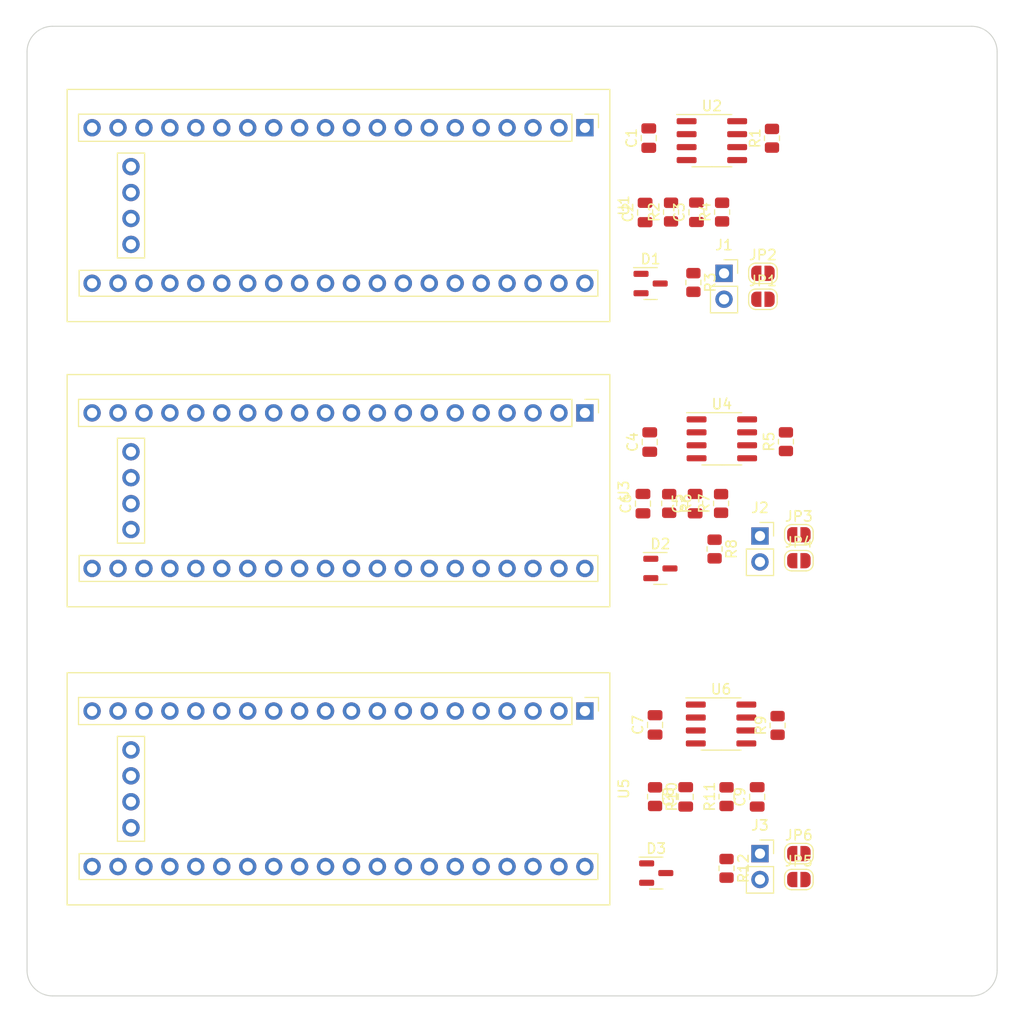
<source format=kicad_pcb>
(kicad_pcb (version 20211014) (generator pcbnew)
  (layers (0 "F.Cu" signal) (31 "B.Cu" signal) (34 "B.Paste" user) (35 "F.Paste" user) (36 "B.SilkS" user "B.Silkscreen") (37 "F.SilkS" user "F.Silkscreen") (38 "B.Mask" user) (39 "F.Mask" user) (44 "Edge.Cuts" user))
  (net 0 "")
  (net 1 "+5V")
  (net 2 "GND")
  (net 3 "/stm32_1/CANH")
  (net 4 "/stm32_1/CANL")
  (net 19 "/stm32_1/CAN_RXD")
  (net 21 "/stm32_1/CAN_TXD")
  (net 44 "Net-(R1-Pad2)")
  (net 59 "/stm32_2/CAN_RXD")
  (net 61 "/stm32_2/CAN_TXD")
  (net 84 "Net-(R5-Pad2)")
  (net 99 "/stm32_3/CAN_RXD")
  (net 101 "/stm32_3/CAN_TXD")
  (net 124 "Net-(R9-Pad2)")
  (net 137 "Net-(C2-Pad1)")
  (net 138 "Net-(C3-Pad1)")
  (net 139 "Net-(C5-Pad1)")
  (net 140 "Net-(C6-Pad1)")
  (net 141 "Net-(C8-Pad1)")
  (net 142 "Net-(C9-Pad1)")
  (net 143 "/stm32_2/CANH")
  (net 144 "/stm32_2/CANL")
  (net 145 "/stm32_3/CANH")
  (net 146 "/stm32_3/CANL")
  (net 147 "/stm32_1/CAN_H")
  (net 148 "/stm32_1/CAN_L")
  (footprint "Resistor_SMD:R_0805_2012Metric" (layer "F.Cu") (at 91 97.98 90)
    (fp_text reference "R11" (at 0 -1.65 90) (layer "F.SilkS"))
    (fp_text value "R121,0805")
    (pad "1" smd roundrect (at -0.9125 0 90) (size 1.025 1.4) (layers "F.Cu" "F.Paste" "F.Mask") (roundrect_rratio 0.243902) (net 145 "/stm32_3/CANH"))
    (pad "2" smd roundrect (at 0.9125 0 90) (size 1.025 1.4) (layers "F.Cu" "F.Paste" "F.Mask") (roundrect_rratio 0.243902) (net 142 "Net-(C9-Pad1)"))
  )
  (footprint "Resistor_SMD:R_0805_2012Metric" (layer "F.Cu") (at 96 91 90)
    (fp_text reference "R9" (at 0 -1.65 90) (layer "F.SilkS"))
    (fp_text value "R101,0805")
    (pad "1" smd roundrect (at -0.9125 0 90) (size 1.025 1.4) (layers "F.Cu" "F.Paste" "F.Mask") (roundrect_rratio 0.243902) (net 2 "GND"))
    (pad "2" smd roundrect (at 0.9125 0 90) (size 1.025 1.4) (layers "F.Cu" "F.Paste" "F.Mask") (roundrect_rratio 0.243902) (net 124 "Net-(R9-Pad2)"))
  )
  (footprint "Capacitor_SMD:C_0805_2012Metric" (layer "F.Cu") (at 84 90.949999 90)
    (fp_text reference "C7" (at 0 -1.68 90) (layer "F.SilkS"))
    (fp_text value "C561,0805")
    (pad "1" smd roundrect (at -0.95 0 90) (size 1 1.45) (layers "F.Cu" "F.Paste" "F.Mask") (net 1 "+5V"))
    (pad "2" smd roundrect (at 0.95 0 90) (size 1 1.45) (layers "F.Cu" "F.Paste" "F.Mask") (net 2 "GND"))
  )
  (footprint "Jumper:SolderJumper-2_P1.3mm_Open_RoundedPad1.0x1.5mm" (layer "F.Cu") (at 94.565 49.245)
    (fp_text reference "JP1" (at 0 -1.8) (layer "F.SilkS"))
    (fp_text value "SolderJumper_2_Open_arrow")
    (pad "1" smd custom (at -0.65 0) (size 1 0.5) (layers "F.Cu" "F.Mask") (net 3 "/stm32_1/CANH") (options (clearance outline) (anchor rect)) (primitives (gr_circle (center 0 0.25) (end 0.5 0.25) (width 0) (fill yes)) (gr_circle (center 0 -0.25) (end 0.5 -0.25) (width 0) (fill yes)) (gr_poly (pts (xy 0.5 0.75) (xy 0 0.75) (xy 0 -0.75) (xy 0.5 -0.75)) (width 0) (fill yes))))
    (pad "2" smd custom (at 0.65 0) (size 1 0.5) (layers "F.Cu" "F.Mask") (net 147 "/stm32_1/CAN_H") (options (clearance outline) (anchor rect)) (primitives (gr_circle (center 0 0.25) (end 0.5 0.25) (width 0) (fill yes)) (gr_circle (center 0 -0.25) (end 0.5 -0.25) (width 0) (fill yes)) (gr_poly (pts (xy 0 0.75) (xy -0.5 0.75) (xy -0.5 -0.75) (xy 0 -0.75)) (width 0) (fill yes))))
  )
  (footprint "Connector_PinSocket_2.54mm:PinSocket_1x02_P2.54mm_Vertical" (layer "F.Cu") (at 94.275 103.56)
    (fp_text reference "J3" (at 0 -2.77) (layer "F.SilkS"))
    (fp_text value "Conn_01x02")
    (pad "1" thru_hole rect (at 0 0) (size 1.7 1.7) (drill 1) (layers *.Cu *.Mask) (net 145 "/stm32_3/CANH"))
    (pad "2" thru_hole oval (at 0 2.54) (size 1.7 1.7) (drill 1) (layers *.Cu *.Mask) (net 146 "/stm32_3/CANL"))
  )
  (footprint "Capacitor_SMD:C_0805_2012Metric" (layer "F.Cu") (at 87.925 69.27 90)
    (fp_text reference "C5" (at 0 -1.68 90) (layer "F.SilkS"))
    (fp_text value "C561,0805")
    (pad "1" smd roundrect (at -0.95 0 90) (size 1 1.45) (layers "F.Cu" "F.Paste" "F.Mask") (net 139 "Net-(C5-Pad1)"))
    (pad "2" smd roundrect (at 0.95 0 90) (size 1 1.45) (layers "F.Cu" "F.Paste" "F.Mask") (net 2 "GND"))
  )
  (footprint "Kicad-STM32:YAAJ_BluePill_SWD_2" (layer "F.Cu") (at 77.13 89.59 -90)
    (fp_text reference "U5" (at 7.62 -3.81 90) (layer "F.SilkS"))
    (fp_text value "YAAJ_BluePill_Part_Like_SWD_Breakout" hide)
    (pad "1" thru_hole rect locked (at 0 0 270) (size 1.7 1.7) (drill 1) (layers *.Cu *.Mask))
    (pad "2" thru_hole circle locked (at 0 2.54 270) (size 1.7 1.7) (drill 1) (layers *.Cu *.Mask))
    (pad "3" thru_hole circle locked (at 0 5.08 270) (size 1.7 1.7) (drill 1) (layers *.Cu *.Mask))
    (pad "4" thru_hole circle locked (at 0 7.62 270) (size 1.7 1.7) (drill 1) (layers *.Cu *.Mask))
    (pad "5" thru_hole circle locked (at 0 10.16 270) (size 1.7 1.7) (drill 1) (layers *.Cu *.Mask))
    (pad "6" thru_hole circle locked (at 0 12.7 270) (size 1.7 1.7) (drill 1) (layers *.Cu *.Mask))
    (pad "7" thru_hole circle locked (at 0 15.24 270) (size 1.7 1.7) (drill 1) (layers *.Cu *.Mask))
    (pad "8" thru_hole circle locked (at 0 17.78 270) (size 1.7 1.7) (drill 1) (layers *.Cu *.Mask) (net 99 "/stm32_3/CAN_RXD"))
    (pad "9" thru_hole circle locked (at 0 20.32 270) (size 1.7 1.7) (drill 1) (layers *.Cu *.Mask) (net 101 "/stm32_3/CAN_TXD"))
    (pad "10" thru_hole circle locked (at 0 22.86 270) (size 1.7 1.7) (drill 1) (layers *.Cu *.Mask))
    (pad "11" thru_hole circle locked (at 0 25.4 270) (size 1.7 1.7) (drill 1) (layers *.Cu *.Mask))
    (pad "12" thru_hole circle locked (at 0 27.94 270) (size 1.7 1.7) (drill 1) (layers *.Cu *.Mask))
    (pad "13" thru_hole circle locked (at 0 30.48 270) (size 1.7 1.7) (drill 1) (layers *.Cu *.Mask))
    (pad "14" thru_hole circle locked (at 0 33.02 270) (size 1.7 1.7) (drill 1) (layers *.Cu *.Mask))
    (pad "15" thru_hole circle locked (at 0 35.56 270) (size 1.7 1.7) (drill 1) (layers *.Cu *.Mask))
    (pad "16" thru_hole circle locked (at 0 38.1 270) (size 1.7 1.7) (drill 1) (layers *.Cu *.Mask))
    (pad "17" thru_hole circle locked (at 0 40.64 270) (size 1.7 1.7) (drill 1) (layers *.Cu *.Mask))
    (pad "18" thru_hole circle locked (at 0 43.18 270) (size 1.7 1.7) (drill 1) (layers *.Cu *.Mask) (net 1 "+5V"))
    (pad "19" thru_hole circle locked (at 0 45.72 270) (size 1.7 1.7) (drill 1) (layers *.Cu *.Mask))
    (pad "20" thru_hole circle locked (at 0 48.26 270) (size 1.7 1.7) (drill 1) (layers *.Cu *.Mask))
    (pad "21" thru_hole circle locked (at 15.24 48.26 270) (size 1.7 1.7) (drill 1) (layers *.Cu *.Mask))
    (pad "22" thru_hole circle locked (at 15.24 45.72 270) (size 1.7 1.7) (drill 1) (layers *.Cu *.Mask))
    (pad "23" thru_hole circle locked (at 15.24 43.18 270) (size 1.7 1.7) (drill 1) (layers *.Cu *.Mask))
    (pad "24" thru_hole circle locked (at 15.24 40.64 270) (size 1.7 1.7) (drill 1) (layers *.Cu *.Mask))
    (pad "25" thru_hole circle locked (at 15.24 38.1 270) (size 1.7 1.7) (drill 1) (layers *.Cu *.Mask))
    (pad "26" thru_hole circle locked (at 15.24 35.56 270) (size 1.7 1.7) (drill 1) (layers *.Cu *.Mask))
    (pad "27" thru_hole circle locked (at 15.24 33.02 270) (size 1.7 1.7) (drill 1) (layers *.Cu *.Mask))
    (pad "28" thru_hole circle locked (at 15.24 30.48 270) (size 1.7 1.7) (drill 1) (layers *.Cu *.Mask))
    (pad "29" thru_hole circle locked (at 15.24 27.94 270) (size 1.7 1.7) (drill 1) (layers *.Cu *.Mask))
    (pad "30" thru_hole circle locked (at 15.24 25.4 270) (size 1.7 1.7) (drill 1) (layers *.Cu *.Mask))
    (pad "31" thru_hole circle locked (at 15.24 22.86 270) (size 1.7 1.7) (drill 1) (layers *.Cu *.Mask))
    (pad "32" thru_hole circle locked (at 15.24 20.32 270) (size 1.7 1.7) (drill 1) (layers *.Cu *.Mask))
    (pad "33" thru_hole circle locked (at 15.24 17.78 270) (size 1.7 1.7) (drill 1) (layers *.Cu *.Mask))
    (pad "34" thru_hole circle locked (at 15.24 15.24 270) (size 1.7 1.7) (drill 1) (layers *.Cu *.Mask))
    (pad "35" thru_hole circle locked (at 15.24 12.7 270) (size 1.7 1.7) (drill 1) (layers *.Cu *.Mask))
    (pad "36" thru_hole circle locked (at 15.24 10.16 270) (size 1.7 1.7) (drill 1) (layers *.Cu *.Mask))
    (pad "37" thru_hole circle locked (at 15.24 7.62 270) (size 1.7 1.7) (drill 1) (layers *.Cu *.Mask))
    (pad "38" thru_hole circle locked (at 15.24 5.08 270) (size 1.7 1.7) (drill 1) (layers *.Cu *.Mask))
    (pad "39" thru_hole circle locked (at 15.24 2.54 270) (size 1.7 1.7) (drill 1) (layers *.Cu *.Mask) (net 2 "GND"))
    (pad "40" thru_hole circle locked (at 15.24 0 270) (size 1.7 1.7) (drill 1) (layers *.Cu *.Mask))
    (pad "41" thru_hole circle locked (at 11.43 44.45 270) (size 1.7 1.7) (drill 1) (layers *.Cu *.Mask))
    (pad "42" thru_hole circle locked (at 8.89 44.45 270) (size 1.7 1.7) (drill 1) (layers *.Cu *.Mask))
    (pad "43" thru_hole circle locked (at 6.35 44.45 270) (size 1.7 1.7) (drill 1) (layers *.Cu *.Mask))
    (pad "44" thru_hole circle locked (at 3.81 44.45 270) (size 1.7 1.7) (drill 1) (layers *.Cu *.Mask))
  )
  (footprint "Jumper:SolderJumper-2_P1.3mm_Open_RoundedPad1.0x1.5mm" (layer "F.Cu") (at 98.085 103.56)
    (fp_text reference "JP6" (at 0 -1.8) (layer "F.SilkS"))
    (fp_text value "SolderJumper_2_Open_arrow")
    (pad "1" smd custom (at -0.65 0) (size 1 0.5) (layers "F.Cu" "F.Mask") (net 146 "/stm32_3/CANL") (options (clearance outline) (anchor rect)) (primitives (gr_circle (center 0 0.25) (end 0.5 0.25) (width 0) (fill yes)) (gr_circle (center 0 -0.25) (end 0.5 -0.25) (width 0) (fill yes)) (gr_poly (pts (xy 0.5 0.75) (xy 0 0.75) (xy 0 -0.75) (xy 0.5 -0.75)) (width 0) (fill yes))))
    (pad "2" smd custom (at 0.65 0) (size 1 0.5) (layers "F.Cu" "F.Mask") (net 148 "/stm32_1/CAN_L") (options (clearance outline) (anchor rect)) (primitives (gr_circle (center 0 0.25) (end 0.5 0.25) (width 0) (fill yes)) (gr_circle (center 0 -0.25) (end 0.5 -0.25) (width 0) (fill yes)) (gr_poly (pts (xy 0 0.75) (xy -0.5 0.75) (xy -0.5 -0.75) (xy 0 -0.75)) (width 0) (fill yes))))
  )
  (footprint "Connector_PinSocket_2.54mm:PinSocket_1x02_P2.54mm_Vertical" (layer "F.Cu") (at 90.755 46.705)
    (fp_text reference "J1" (at 0 -2.77) (layer "F.SilkS"))
    (fp_text value "Conn_01x02")
    (pad "1" thru_hole rect (at 0 0) (size 1.7 1.7) (drill 1) (layers *.Cu *.Mask) (net 3 "/stm32_1/CANH"))
    (pad "2" thru_hole oval (at 0 2.54) (size 1.7 1.7) (drill 1) (layers *.Cu *.Mask) (net 4 "/stm32_1/CANL"))
  )
  (footprint "Kicad-STM32:YAAJ_BluePill_SWD_2" (layer "F.Cu") (at 77.13 60.38 -90)
    (fp_text reference "U3" (at 7.62 -3.81 90) (layer "F.SilkS"))
    (fp_text value "YAAJ_BluePill_Part_Like_SWD_Breakout" hide)
    (pad "1" thru_hole rect locked (at 0 0 270) (size 1.7 1.7) (drill 1) (layers *.Cu *.Mask))
    (pad "2" thru_hole circle locked (at 0 2.54 270) (size 1.7 1.7) (drill 1) (layers *.Cu *.Mask))
    (pad "3" thru_hole circle locked (at 0 5.08 270) (size 1.7 1.7) (drill 1) (layers *.Cu *.Mask))
    (pad "4" thru_hole circle locked (at 0 7.62 270) (size 1.7 1.7) (drill 1) (layers *.Cu *.Mask))
    (pad "5" thru_hole circle locked (at 0 10.16 270) (size 1.7 1.7) (drill 1) (layers *.Cu *.Mask))
    (pad "6" thru_hole circle locked (at 0 12.7 270) (size 1.7 1.7) (drill 1) (layers *.Cu *.Mask))
    (pad "7" thru_hole circle locked (at 0 15.24 270) (size 1.7 1.7) (drill 1) (layers *.Cu *.Mask))
    (pad "8" thru_hole circle locked (at 0 17.78 270) (size 1.7 1.7) (drill 1) (layers *.Cu *.Mask) (net 59 "/stm32_2/CAN_RXD"))
    (pad "9" thru_hole circle locked (at 0 20.32 270) (size 1.7 1.7) (drill 1) (layers *.Cu *.Mask) (net 61 "/stm32_2/CAN_TXD"))
    (pad "10" thru_hole circle locked (at 0 22.86 270) (size 1.7 1.7) (drill 1) (layers *.Cu *.Mask))
    (pad "11" thru_hole circle locked (at 0 25.4 270) (size 1.7 1.7) (drill 1) (layers *.Cu *.Mask))
    (pad "12" thru_hole circle locked (at 0 27.94 270) (size 1.7 1.7) (drill 1) (layers *.Cu *.Mask))
    (pad "13" thru_hole circle locked (at 0 30.48 270) (size 1.7 1.7) (drill 1) (layers *.Cu *.Mask))
    (pad "14" thru_hole circle locked (at 0 33.02 270) (size 1.7 1.7) (drill 1) (layers *.Cu *.Mask))
    (pad "15" thru_hole circle locked (at 0 35.56 270) (size 1.7 1.7) (drill 1) (layers *.Cu *.Mask))
    (pad "16" thru_hole circle locked (at 0 38.1 270) (size 1.7 1.7) (drill 1) (layers *.Cu *.Mask))
    (pad "17" thru_hole circle locked (at 0 40.64 270) (size 1.7 1.7) (drill 1) (layers *.Cu *.Mask))
    (pad "18" thru_hole circle locked (at 0 43.18 270) (size 1.7 1.7) (drill 1) (layers *.Cu *.Mask) (net 1 "+5V"))
    (pad "19" thru_hole circle locked (at 0 45.72 270) (size 1.7 1.7) (drill 1) (layers *.Cu *.Mask))
    (pad "20" thru_hole circle locked (at 0 48.26 270) (size 1.7 1.7) (drill 1) (layers *.Cu *.Mask))
    (pad "21" thru_hole circle locked (at 15.24 48.26 270) (size 1.7 1.7) (drill 1) (layers *.Cu *.Mask))
    (pad "22" thru_hole circle locked (at 15.24 45.72 270) (size 1.7 1.7) (drill 1) (layers *.Cu *.Mask))
    (pad "23" thru_hole circle locked (at 15.24 43.18 270) (size 1.7 1.7) (drill 1) (layers *.Cu *.Mask))
    (pad "24" thru_hole circle locked (at 15.24 40.64 270) (size 1.7 1.7) (drill 1) (layers *.Cu *.Mask))
    (pad "25" thru_hole circle locked (at 15.24 38.1 270) (size 1.7 1.7) (drill 1) (layers *.Cu *.Mask))
    (pad "26" thru_hole circle locked (at 15.24 35.56 270) (size 1.7 1.7) (drill 1) (layers *.Cu *.Mask))
    (pad "27" thru_hole circle locked (at 15.24 33.02 270) (size 1.7 1.7) (drill 1) (layers *.Cu *.Mask))
    (pad "28" thru_hole circle locked (at 15.24 30.48 270) (size 1.7 1.7) (drill 1) (layers *.Cu *.Mask))
    (pad "29" thru_hole circle locked (at 15.24 27.94 270) (size 1.7 1.7) (drill 1) (layers *.Cu *.Mask))
    (pad "30" thru_hole circle locked (at 15.24 25.4 270) (size 1.7 1.7) (drill 1) (layers *.Cu *.Mask))
    (pad "31" thru_hole circle locked (at 15.24 22.86 270) (size 1.7 1.7) (drill 1) (layers *.Cu *.Mask))
    (pad "32" thru_hole circle locked (at 15.24 20.32 270) (size 1.7 1.7) (drill 1) (layers *.Cu *.Mask))
    (pad "33" thru_hole circle locked (at 15.24 17.78 270) (size 1.7 1.7) (drill 1) (layers *.Cu *.Mask))
    (pad "34" thru_hole circle locked (at 15.24 15.24 270) (size 1.7 1.7) (drill 1) (layers *.Cu *.Mask))
    (pad "35" thru_hole circle locked (at 15.24 12.7 270) (size 1.7 1.7) (drill 1) (layers *.Cu *.Mask))
    (pad "36" thru_hole circle locked (at 15.24 10.16 270) (size 1.7 1.7) (drill 1) (layers *.Cu *.Mask))
    (pad "37" thru_hole circle locked (at 15.24 7.62 270) (size 1.7 1.7) (drill 1) (layers *.Cu *.Mask))
    (pad "38" thru_hole circle locked (at 15.24 5.08 270) (size 1.7 1.7) (drill 1) (layers *.Cu *.Mask))
    (pad "39" thru_hole circle locked (at 15.24 2.54 270) (size 1.7 1.7) (drill 1) (layers *.Cu *.Mask) (net 2 "GND"))
    (pad "40" thru_hole circle locked (at 15.24 0 270) (size 1.7 1.7) (drill 1) (layers *.Cu *.Mask))
    (pad "41" thru_hole circle locked (at 11.43 44.45 270) (size 1.7 1.7) (drill 1) (layers *.Cu *.Mask))
    (pad "42" thru_hole circle locked (at 8.89 44.45 270) (size 1.7 1.7) (drill 1) (layers *.Cu *.Mask))
    (pad "43" thru_hole circle locked (at 6.35 44.45 270) (size 1.7 1.7) (drill 1) (layers *.Cu *.Mask))
    (pad "44" thru_hole circle locked (at 3.81 44.45 270) (size 1.7 1.7) (drill 1) (layers *.Cu *.Mask))
  )
  (footprint "Package_SO:SOIC-8_3.9x4.9mm_P1.27mm" (layer "F.Cu") (at 90.465 90.86)
    (fp_text reference "U6" (at 0 -3.4) (layer "F.SilkS"))
    (fp_text value "MCP2551")
    (pad "1" smd roundrect (at -2.475 -1.905) (size 1.95 0.6) (layers "F.Cu" "F.Paste" "F.Mask") (net 101 "/stm32_3/CAN_TXD"))
    (pad "2" smd roundrect (at -2.475 -0.635) (size 1.95 0.6) (layers "F.Cu" "F.Paste" "F.Mask") (net 2 "GND"))
    (pad "3" smd roundrect (at -2.475 0.635) (size 1.95 0.6) (layers "F.Cu" "F.Paste" "F.Mask") (net 1 "+5V"))
    (pad "4" smd roundrect (at -2.475 1.905) (size 1.95 0.6) (layers "F.Cu" "F.Paste" "F.Mask") (net 99 "/stm32_3/CAN_RXD"))
    (pad "5" smd roundrect (at 2.475 1.905) (size 1.95 0.6) (layers "F.Cu" "F.Paste" "F.Mask"))
    (pad "6" smd roundrect (at 2.475 0.635) (size 1.95 0.6) (layers "F.Cu" "F.Paste" "F.Mask") (net 146 "/stm32_3/CANL"))
    (pad "7" smd roundrect (at 2.475 -0.635) (size 1.95 0.6) (layers "F.Cu" "F.Paste" "F.Mask") (net 145 "/stm32_3/CANH"))
    (pad "8" smd roundrect (at 2.475 -1.905) (size 1.95 0.6) (layers "F.Cu" "F.Paste" "F.Mask") (net 124 "Net-(R9-Pad2)"))
  )
  (footprint "Jumper:SolderJumper-2_P1.3mm_Open_RoundedPad1.0x1.5mm" (layer "F.Cu") (at 98.085 74.86)
    (fp_text reference "JP4" (at 0 -1.8) (layer "F.SilkS"))
    (fp_text value "SolderJumper_2_Open_arrow")
    (pad "1" smd custom (at -0.65 0) (size 1 0.5) (layers "F.Cu" "F.Mask") (net 144 "/stm32_2/CANL") (options (clearance outline) (anchor rect)) (primitives (gr_circle (center 0 0.25) (end 0.5 0.25) (width 0) (fill yes)) (gr_circle (center 0 -0.25) (end 0.5 -0.25) (width 0) (fill yes)) (gr_poly (pts (xy 0.5 0.75) (xy 0 0.75) (xy 0 -0.75) (xy 0.5 -0.75)) (width 0) (fill yes))))
    (pad "2" smd custom (at 0.65 0) (size 1 0.5) (layers "F.Cu" "F.Mask") (net 148 "/stm32_1/CAN_L") (options (clearance outline) (anchor rect)) (primitives (gr_circle (center 0 0.25) (end 0.5 0.25) (width 0) (fill yes)) (gr_circle (center 0 -0.25) (end 0.5 -0.25) (width 0) (fill yes)) (gr_poly (pts (xy 0 0.75) (xy -0.5 0.75) (xy -0.5 -0.75) (xy 0 -0.75)) (width 0) (fill yes))))
  )
  (footprint "Capacitor_SMD:C_0805_2012Metric" (layer "F.Cu") (at 83.385 33.455 90)
    (fp_text reference "C1" (at 0 -1.68 90) (layer "F.SilkS"))
    (fp_text value "C104")
    (pad "1" smd roundrect (at -0.95 0 90) (size 1 1.45) (layers "F.Cu" "F.Paste" "F.Mask") (net 1 "+5V"))
    (pad "2" smd roundrect (at 0.95 0 90) (size 1 1.45) (layers "F.Cu" "F.Paste" "F.Mask") (net 2 "GND"))
  )
  (footprint "Resistor_SMD:R_0805_2012Metric" (layer "F.Cu") (at 96.815 63.1975 90)
    (fp_text reference "R5" (at 0 -1.65 90) (layer "F.SilkS"))
    (fp_text value "R472,0805")
    (pad "1" smd roundrect (at -0.9125 0 90) (size 1.025 1.4) (layers "F.Cu" "F.Paste" "F.Mask") (roundrect_rratio 0.243902) (net 2 "GND"))
    (pad "2" smd roundrect (at 0.9125 0 90) (size 1.025 1.4) (layers "F.Cu" "F.Paste" "F.Mask") (roundrect_rratio 0.243902) (net 84 "Net-(R5-Pad2)"))
  )
  (footprint "footprint-lib:MountingHole_3.1mm_M3,rpi_like" (layer "F.Cu") (at 25 115)
    (fp_text reference "H3" hide)
    (fp_text value "MountingHole")
    (pad "" np_thru_hole circle locked (at 0 0) (size 3.1 3.1) (drill 3.1) (layers *.Cu *.Mask) (clearance 1.5))
  )
  (footprint "Resistor_SMD:R_0805_2012Metric" (layer "F.Cu") (at 95.45 33.47 90)
    (fp_text reference "R1" (at 0 -1.65 90) (layer "F.SilkS"))
    (fp_text value "R472,0805")
    (pad "1" smd roundrect (at -0.9125 0 90) (size 1.025 1.4) (layers "F.Cu" "F.Paste" "F.Mask") (roundrect_rratio 0.243902) (net 2 "GND"))
    (pad "2" smd roundrect (at 0.9125 0 90) (size 1.025 1.4) (layers "F.Cu" "F.Paste" "F.Mask") (roundrect_rratio 0.243902) (net 44 "Net-(R1-Pad2)"))
  )
  (footprint "Jumper:SolderJumper-2_P1.3mm_Open_RoundedPad1.0x1.5mm" (layer "F.Cu") (at 94.565 46.705)
    (fp_text reference "JP2" (at 0 -1.8) (layer "F.SilkS"))
    (fp_text value "SolderJumper_2_Open_arrow")
    (pad "1" smd custom (at -0.65 0) (size 1 0.5) (layers "F.Cu" "F.Mask") (net 4 "/stm32_1/CANL") (options (clearance outline) (anchor rect)) (primitives (gr_circle (center 0 0.25) (end 0.5 0.25) (width 0) (fill yes)) (gr_circle (center 0 -0.25) (end 0.5 -0.25) (width 0) (fill yes)) (gr_poly (pts (xy 0.5 0.75) (xy 0 0.75) (xy 0 -0.75) (xy 0.5 -0.75)) (width 0) (fill yes))))
    (pad "2" smd custom (at 0.65 0) (size 1 0.5) (layers "F.Cu" "F.Mask") (net 148 "/stm32_1/CAN_L") (options (clearance outline) (anchor rect)) (primitives (gr_circle (center 0 0.25) (end 0.5 0.25) (width 0) (fill yes)) (gr_circle (center 0 -0.25) (end 0.5 -0.25) (width 0) (fill yes)) (gr_poly (pts (xy 0 0.75) (xy -0.5 0.75) (xy -0.5 -0.75) (xy 0 -0.75)) (width 0) (fill yes))))
  )
  (footprint "Resistor_SMD:R_0805_2012Metric" (layer "F.Cu") (at 90.465 69.25 90)
    (fp_text reference "R7" (at 0 -1.65 90) (layer "F.SilkS"))
    (fp_text value "R101,0805")
    (pad "1" smd roundrect (at -0.9125 0 90) (size 1.025 1.4) (layers "F.Cu" "F.Paste" "F.Mask") (roundrect_rratio 0.243902) (net 143 "/stm32_2/CANH"))
    (pad "2" smd roundrect (at 0.9125 0 90) (size 1.025 1.4) (layers "F.Cu" "F.Paste" "F.Mask") (roundrect_rratio 0.243902) (net 140 "Net-(C6-Pad1)"))
  )
  (footprint "Capacitor_SMD:C_0805_2012Metric" (layer "F.Cu") (at 83.025 40.745 90)
    (fp_text reference "C2" (at 0 -1.68 90) (layer "F.SilkS"))
    (fp_text value "C561,0805")
    (pad "1" smd roundrect (at -0.95 0 90) (size 1 1.45) (layers "F.Cu" "F.Paste" "F.Mask") (net 137 "Net-(C2-Pad1)"))
    (pad "2" smd roundrect (at 0.95 0 90) (size 1 1.45) (layers "F.Cu" "F.Paste" "F.Mask") (net 2 "GND"))
  )
  (footprint "Resistor_SMD:R_0805_2012Metric" (layer "F.Cu") (at 90.565 40.705 90)
    (fp_text reference "R4" (at 0 -1.65 90) (layer "F.SilkS"))
    (fp_text value "R101,0805")
    (pad "1" smd roundrect (at -0.9125 0 90) (size 1.025 1.4) (layers "F.Cu" "F.Paste" "F.Mask") (roundrect_rratio 0.243902) (net 3 "/stm32_1/CANH"))
    (pad "2" smd roundrect (at 0.9125 0 90) (size 1.025 1.4) (layers "F.Cu" "F.Paste" "F.Mask") (roundrect_rratio 0.243902) (net 4 "/stm32_1/CANL"))
  )
  (footprint "Capacitor_SMD:C_0805_2012Metric" (layer "F.Cu") (at 88.055 40.725 90)
    (fp_text reference "C3" (at 0 -1.68 90) (layer "F.SilkS"))
    (fp_text value "C561,0805")
    (pad "1" smd roundrect (at -0.95 0 90) (size 1 1.45) (layers "F.Cu" "F.Paste" "F.Mask") (net 138 "Net-(C3-Pad1)"))
    (pad "2" smd roundrect (at 0.95 0 90) (size 1 1.45) (layers "F.Cu" "F.Paste" "F.Mask") (net 2 "GND"))
  )
  (footprint "Jumper:SolderJumper-2_P1.3mm_Open_RoundedPad1.0x1.5mm" (layer "F.Cu") (at 98.085 72.32)
    (fp_text reference "JP3" (at 0 -1.8) (layer "F.SilkS"))
    (fp_text value "SolderJumper_2_Open_arrow")
    (pad "1" smd custom (at -0.65 0) (size 1 0.5) (layers "F.Cu" "F.Mask") (net 143 "/stm32_2/CANH") (options (clearance outline) (anchor rect)) (primitives (gr_circle (center 0 0.25) (end 0.5 0.25) (width 0) (fill yes)) (gr_circle (center 0 -0.25) (end 0.5 -0.25) (width 0) (fill yes)) (gr_poly (pts (xy 0.5 0.75) (xy 0 0.75) (xy 0 -0.75) (xy 0.5 -0.75)) (width 0) (fill yes))))
    (pad "2" smd custom (at 0.65 0) (size 1 0.5) (layers "F.Cu" "F.Mask") (net 147 "/stm32_1/CAN_H") (options (clearance outline) (anchor rect)) (primitives (gr_circle (center 0 0.25) (end 0.5 0.25) (width 0) (fill yes)) (gr_circle (center 0 -0.25) (end 0.5 -0.25) (width 0) (fill yes)) (gr_poly (pts (xy 0 0.75) (xy -0.5 0.75) (xy -0.5 -0.75) (xy 0 -0.75)) (width 0) (fill yes))))
  )
  (footprint "Capacitor_SMD:C_0805_2012Metric" (layer "F.Cu") (at 82.815 69.27 90)
    (fp_text reference "C6" (at 0 -1.68 90) (layer "F.SilkS"))
    (fp_text value "C561,0805")
    (pad "1" smd roundrect (at -0.95 0 90) (size 1 1.45) (layers "F.Cu" "F.Paste" "F.Mask") (net 140 "Net-(C6-Pad1)"))
    (pad "2" smd roundrect (at 0.95 0 90) (size 1 1.45) (layers "F.Cu" "F.Paste" "F.Mask") (net 2 "GND"))
  )
  (footprint "Capacitor_SMD:C_0805_2012Metric" (layer "F.Cu") (at 94 98 90)
    (fp_text reference "C9" (at 0 -1.68 90) (layer "F.SilkS"))
    (fp_text value "C104")
    (pad "1" smd roundrect (at -0.95 0 90) (size 1 1.45) (layers "F.Cu" "F.Paste" "F.Mask") (net 142 "Net-(C9-Pad1)"))
    (pad "2" smd roundrect (at 0.95 0 90) (size 1 1.45) (layers "F.Cu" "F.Paste" "F.Mask") (net 2 "GND"))
  )
  (footprint "Package_SO:SOIC-8_3.9x4.9mm_P1.27mm" (layer "F.Cu") (at 90.54 62.92)
    (fp_text reference "U4" (at 0 -3.4) (layer "F.SilkS"))
    (fp_text value "MCP2551")
    (pad "1" smd roundrect (at -2.475 -1.905) (size 1.95 0.6) (layers "F.Cu" "F.Paste" "F.Mask") (net 61 "/stm32_2/CAN_TXD"))
    (pad "2" smd roundrect (at -2.475 -0.635) (size 1.95 0.6) (layers "F.Cu" "F.Paste" "F.Mask") (net 2 "GND"))
    (pad "3" smd roundrect (at -2.475 0.635) (size 1.95 0.6) (layers "F.Cu" "F.Paste" "F.Mask") (net 1 "+5V"))
    (pad "4" smd roundrect (at -2.475 1.905) (size 1.95 0.6) (layers "F.Cu" "F.Paste" "F.Mask") (net 59 "/stm32_2/CAN_RXD"))
    (pad "5" smd roundrect (at 2.475 1.905) (size 1.95 0.6) (layers "F.Cu" "F.Paste" "F.Mask"))
    (pad "6" smd roundrect (at 2.475 0.635) (size 1.95 0.6) (layers "F.Cu" "F.Paste" "F.Mask") (net 144 "/stm32_2/CANL"))
    (pad "7" smd roundrect (at 2.475 -0.635) (size 1.95 0.6) (layers "F.Cu" "F.Paste" "F.Mask") (net 143 "/stm32_2/CANH"))
    (pad "8" smd roundrect (at 2.475 -1.905) (size 1.95 0.6) (layers "F.Cu" "F.Paste" "F.Mask") (net 84 "Net-(R5-Pad2)"))
  )
  (footprint "Resistor_SMD:R_0805_2012Metric" (layer "F.Cu") (at 85.565 40.705 90)
    (fp_text reference "R2" (at 0 -1.65 90) (layer "F.SilkS"))
    (fp_text value "R101,0805")
    (pad "1" smd roundrect (at -0.9125 0 90) (size 1.025 1.4) (layers "F.Cu" "F.Paste" "F.Mask") (roundrect_rratio 0.243902) (net 4 "/stm32_1/CANL"))
    (pad "2" smd roundrect (at 0.9125 0 90) (size 1.025 1.4) (layers "F.Cu" "F.Paste" "F.Mask") (roundrect_rratio 0.243902) (net 137 "Net-(C2-Pad1)"))
  )
  (footprint "Package_TO_SOT_SMD:SOT-23" (layer "F.Cu") (at 84.5225 75.62)
    (fp_text reference "D2" (at 0 -2.4) (layer "F.SilkS"))
    (fp_text value "PESD1CAN")
    (pad "1" smd roundrect (at -0.9375 -0.95) (size 1.475 0.6) (layers "F.Cu" "F.Paste" "F.Mask") (net 143 "/stm32_2/CANH"))
    (pad "2" smd roundrect (at -0.9375 0.95) (size 1.475 0.6) (layers "F.Cu" "F.Paste" "F.Mask") (net 144 "/stm32_2/CANL"))
    (pad "3" smd roundrect (at 0.9375 0) (size 1.475 0.6) (layers "F.Cu" "F.Paste" "F.Mask") (net 2 "GND"))
  )
  (footprint "Kicad-STM32:YAAJ_BluePill_SWD_2" (layer "F.Cu") (at 77.13 32.44 -90)
    (fp_text reference "U1" (at 7.62 -3.81 90) (layer "F.SilkS"))
    (fp_text value "YAAJ_BluePill_Part_Like_SWD_Breakout" hide)
    (pad "1" thru_hole rect locked (at 0 0 270) (size 1.7 1.7) (drill 1) (layers *.Cu *.Mask))
    (pad "2" thru_hole circle locked (at 0 2.54 270) (size 1.7 1.7) (drill 1) (layers *.Cu *.Mask))
    (pad "3" thru_hole circle locked (at 0 5.08 270) (size 1.7 1.7) (drill 1) (layers *.Cu *.Mask))
    (pad "4" thru_hole circle locked (at 0 7.62 270) (size 1.7 1.7) (drill 1) (layers *.Cu *.Mask))
    (pad "5" thru_hole circle locked (at 0 10.16 270) (size 1.7 1.7) (drill 1) (layers *.Cu *.Mask))
    (pad "6" thru_hole circle locked (at 0 12.7 270) (size 1.7 1.7) (drill 1) (layers *.Cu *.Mask))
    (pad "7" thru_hole circle locked (at 0 15.24 270) (size 1.7 1.7) (drill 1) (layers *.Cu *.Mask))
    (pad "8" thru_hole circle locked (at 0 17.78 270) (size 1.7 1.7) (drill 1) (layers *.Cu *.Mask) (net 19 "/stm32_1/CAN_RXD"))
    (pad "9" thru_hole circle locked (at 0 20.32 270) (size 1.7 1.7) (drill 1) (layers *.Cu *.Mask) (net 21 "/stm32_1/CAN_TXD"))
    (pad "10" thru_hole circle locked (at 0 22.86 270) (size 1.7 1.7) (drill 1) (layers *.Cu *.Mask))
    (pad "11" thru_hole circle locked (at 0 25.4 270) (size 1.7 1.7) (drill 1) (layers *.Cu *.Mask))
    (pad "12" thru_hole circle locked (at 0 27.94 270) (size 1.7 1.7) (drill 1) (layers *.Cu *.Mask))
    (pad "13" thru_hole circle locked (at 0 30.48 270) (size 1.7 1.7) (drill 1) (layers *.Cu *.Mask))
    (pad "14" thru_hole circle locked (at 0 33.02 270) (size 1.7 1.7) (drill 1) (layers *.Cu *.Mask))
    (pad "15" thru_hole circle locked (at 0 35.56 270) (size 1.7 1.7) (drill 1) (layers *.Cu *.Mask))
    (pad "16" thru_hole circle locked (at 0 38.1 270) (size 1.7 1.7) (drill 1) (layers *.Cu *.Mask))
    (pad "17" thru_hole circle locked (at 0 40.64 270) (size 1.7 1.7) (drill 1) (layers *.Cu *.Mask))
    (pad "18" thru_hole circle locked (at 0 43.18 270) (size 1.7 1.7) (drill 1) (layers *.Cu *.Mask) (net 1 "+5V"))
    (pad "19" thru_hole circle locked (at 0 45.72 270) (size 1.7 1.7) (drill 1) (layers *.Cu *.Mask))
    (pad "20" thru_hole circle locked (at 0 48.26 270) (size 1.7 1.7) (drill 1) (layers *.Cu *.Mask))
    (pad "21" thru_hole circle locked (at 15.24 48.26 270) (size 1.7 1.7) (drill 1) (layers *.Cu *.Mask))
    (pad "22" thru_hole circle locked (at 15.24 45.72 270) (size 1.7 1.7) (drill 1) (layers *.Cu *.Mask))
    (pad "23" thru_hole circle locked (at 15.24 43.18 270) (size 1.7 1.7) (drill 1) (layers *.Cu *.Mask))
    (pad "24" thru_hole circle locked (at 15.24 40.64 270) (size 1.7 1.7) (drill 1) (layers *.Cu *.Mask))
    (pad "25" thru_hole circle locked (at 15.24 38.1 270) (size 1.7 1.7) (drill 1) (layers *.Cu *.Mask))
    (pad "26" thru_hole circle locked (at 15.24 35.56 270) (size 1.7 1.7) (drill 1) (layers *.Cu *.Mask))
    (pad "27" thru_hole circle locked (at 15.24 33.02 270) (size 1.7 1.7) (drill 1) (layers *.Cu *.Mask))
    (pad "28" thru_hole circle locked (at 15.24 30.48 270) (size 1.7 1.7) (drill 1) (layers *.Cu *.Mask))
    (pad "29" thru_hole circle locked (at 15.24 27.94 270) (size 1.7 1.7) (drill 1) (layers *.Cu *.Mask))
    (pad "30" thru_hole circle locked (at 15.24 25.4 270) (size 1.7 1.7) (drill 1) (layers *.Cu *.Mask))
    (pad "31" thru_hole circle locked (at 15.24 22.86 270) (size 1.7 1.7) (drill 1) (layers *.Cu *.Mask))
    (pad "32" thru_hole circle locked (at 15.24 20.32 270) (size 1.7 1.7) (drill 1) (layers *.Cu *.Mask))
    (pad "33" thru_hole circle locked (at 15.24 17.78 270) (size 1.7 1.7) (drill 1) (layers *.Cu *.Mask))
    (pad "34" thru_hole circle locked (at 15.24 15.24 270) (size 1.7 1.7) (drill 1) (layers *.Cu *.Mask))
    (pad "35" thru_hole circle locked (at 15.24 12.7 270) (size 1.7 1.7) (drill 1) (layers *.Cu *.Mask))
    (pad "36" thru_hole circle locked (at 15.24 10.16 270) (size 1.7 1.7) (drill 1) (layers *.Cu *.Mask))
    (pad "37" thru_hole circle locked (at 15.24 7.62 270) (size 1.7 1.7) (drill 1) (layers *.Cu *.Mask))
    (pad "38" thru_hole circle locked (at 15.24 5.08 270) (size 1.7 1.7) (drill 1) (layers *.Cu *.Mask))
    (pad "39" thru_hole circle locked (at 15.24 2.54 270) (size 1.7 1.7) (drill 1) (layers *.Cu *.Mask) (net 2 "GND"))
    (pad "40" thru_hole circle locked (at 15.24 0 270) (size 1.7 1.7) (drill 1) (layers *.Cu *.Mask))
    (pad "41" thru_hole circle locked (at 11.43 44.45 270) (size 1.7 1.7) (drill 1) (layers *.Cu *.Mask))
    (pad "42" thru_hole circle locked (at 8.89 44.45 270) (size 1.7 1.7) (drill 1) (layers *.Cu *.Mask))
    (pad "43" thru_hole circle locked (at 6.35 44.45 270) (size 1.7 1.7) (drill 1) (layers *.Cu *.Mask))
    (pad "44" thru_hole circle locked (at 3.81 44.45 270) (size 1.7 1.7) (drill 1) (layers *.Cu *.Mask))
  )
  (footprint "Package_TO_SOT_SMD:SOT-23" (layer "F.Cu") (at 83.565 47.705)
    (fp_text reference "D1" (at 0 -2.4) (layer "F.SilkS"))
    (fp_text value "PESD1CAN")
    (pad "1" smd roundrect (at -0.9375 -0.95) (size 1.475 0.6) (layers "F.Cu" "F.Paste" "F.Mask") (net 3 "/stm32_1/CANH"))
    (pad "2" smd roundrect (at -0.9375 0.95) (size 1.475 0.6) (layers "F.Cu" "F.Paste" "F.Mask") (net 4 "/stm32_1/CANL"))
    (pad "3" smd roundrect (at 0.9375 0) (size 1.475 0.6) (layers "F.Cu" "F.Paste" "F.Mask") (net 2 "GND"))
  )
  (footprint "Jumper:SolderJumper-2_P1.3mm_Open_RoundedPad1.0x1.5mm" (layer "F.Cu") (at 98.085 106.1)
    (fp_text reference "JP5" (at 0 -1.8) (layer "F.SilkS"))
    (fp_text value "SolderJumper_2_Open_arrow")
    (pad "1" smd custom (at -0.65 0) (size 1 0.5) (layers "F.Cu" "F.Mask") (net 145 "/stm32_3/CANH") (options (clearance outline) (anchor rect)) (primitives (gr_circle (center 0 0.25) (end 0.5 0.25) (width 0) (fill yes)) (gr_circle (center 0 -0.25) (end 0.5 -0.25) (width 0) (fill yes)) (gr_poly (pts (xy 0.5 0.75) (xy 0 0.75) (xy 0 -0.75) (xy 0.5 -0.75)) (width 0) (fill yes))))
    (pad "2" smd custom (at 0.65 0) (size 1 0.5) (layers "F.Cu" "F.Mask") (net 147 "/stm32_1/CAN_H") (options (clearance outline) (anchor rect)) (primitives (gr_circle (center 0 0.25) (end 0.5 0.25) (width 0) (fill yes)) (gr_circle (center 0 -0.25) (end 0.5 -0.25) (width 0) (fill yes)) (gr_poly (pts (xy 0 0.75) (xy -0.5 0.75) (xy -0.5 -0.75) (xy 0 -0.75)) (width 0) (fill yes))))
  )
  (footprint "Resistor_SMD:R_0805_2012Metric" (layer "F.Cu") (at 89.83 73.715 -90)
    (fp_text reference "R8" (at 0 -1.65 90) (layer "F.SilkS"))
    (fp_text value "R121,0805")
    (pad "1" smd roundrect (at -0.9125 0 270) (size 1.025 1.4) (layers "F.Cu" "F.Paste" "F.Mask") (roundrect_rratio 0.243902) (net 143 "/stm32_2/CANH"))
    (pad "2" smd roundrect (at 0.9125 0 270) (size 1.025 1.4) (layers "F.Cu" "F.Paste" "F.Mask") (roundrect_rratio 0.243902) (net 144 "/stm32_2/CANL"))
  )
  (footprint "Connector_PinSocket_2.54mm:PinSocket_1x02_P2.54mm_Vertical" (layer "F.Cu") (at 94.275 72.445)
    (fp_text reference "J2" (at 0 -2.77) (layer "F.SilkS"))
    (fp_text value "Conn_01x02")
    (pad "1" thru_hole rect (at 0 0) (size 1.7 1.7) (drill 1) (layers *.Cu *.Mask) (net 143 "/stm32_2/CANH"))
    (pad "2" thru_hole oval (at 0 2.54) (size 1.7 1.7) (drill 1) (layers *.Cu *.Mask) (net 144 "/stm32_2/CANL"))
  )
  (footprint "Resistor_SMD:R_0805_2012Metric" (layer "F.Cu") (at 87.755 47.6 -90)
    (fp_text reference "R3" (at 0 -1.65 90) (layer "F.SilkS"))
    (fp_text value "R121,0805")
    (pad "1" smd roundrect (at -0.9125 0 270) (size 1.025 1.4) (layers "F.Cu" "F.Paste" "F.Mask") (roundrect_rratio 0.243902) (net 3 "/stm32_1/CANH"))
    (pad "2" smd roundrect (at 0.9125 0 270) (size 1.025 1.4) (layers "F.Cu" "F.Paste" "F.Mask") (roundrect_rratio 0.243902) (net 138 "Net-(C3-Pad1)"))
  )
  (footprint "Package_SO:SOIC-8_3.9x4.9mm_P1.27mm" (layer "F.Cu") (at 89.565 33.705)
    (fp_text reference "U2" (at 0 -3.4) (layer "F.SilkS"))
    (fp_text value "MCP2551")
    (pad "1" smd roundrect (at -2.475 -1.905) (size 1.95 0.6) (layers "F.Cu" "F.Paste" "F.Mask") (net 21 "/stm32_1/CAN_TXD"))
    (pad "2" smd roundrect (at -2.475 -0.635) (size 1.95 0.6) (layers "F.Cu" "F.Paste" "F.Mask") (net 2 "GND"))
    (pad "3" smd roundrect (at -2.475 0.635) (size 1.95 0.6) (layers "F.Cu" "F.Paste" "F.Mask") (net 1 "+5V"))
    (pad "4" smd roundrect (at -2.475 1.905) (size 1.95 0.6) (layers "F.Cu" "F.Paste" "F.Mask") (net 19 "/stm32_1/CAN_RXD"))
    (pad "5" smd roundrect (at 2.475 1.905) (size 1.95 0.6) (layers "F.Cu" "F.Paste" "F.Mask"))
    (pad "6" smd roundrect (at 2.475 0.635) (size 1.95 0.6) (layers "F.Cu" "F.Paste" "F.Mask") (net 4 "/stm32_1/CANL"))
    (pad "7" smd roundrect (at 2.475 -0.635) (size 1.95 0.6) (layers "F.Cu" "F.Paste" "F.Mask") (net 3 "/stm32_1/CANH"))
    (pad "8" smd roundrect (at 2.475 -1.905) (size 1.95 0.6) (layers "F.Cu" "F.Paste" "F.Mask") (net 44 "Net-(R1-Pad2)"))
  )
  (footprint "footprint-lib:MountingHole_3.1mm_M3,rpi_like" (layer "F.Cu") (at 115 25)
    (fp_text reference "H2" hide)
    (fp_text value "MountingHole")
    (pad "" np_thru_hole circle locked (at 0 0) (size 3.1 3.1) (drill 3.1) (layers *.Cu *.Mask) (clearance 1.5))
  )
  (footprint "Capacitor_SMD:C_0805_2012Metric" (layer "F.Cu") (at 83.48 63.235 90)
    (fp_text reference "C4" (at 0 -1.68 90) (layer "F.SilkS"))
    (fp_text value "C104")
    (pad "1" smd roundrect (at -0.95 0 90) (size 1 1.45) (layers "F.Cu" "F.Paste" "F.Mask") (net 1 "+5V"))
    (pad "2" smd roundrect (at 0.95 0 90) (size 1 1.45) (layers "F.Cu" "F.Paste" "F.Mask") (net 2 "GND"))
  )
  (footprint "Resistor_SMD:R_0805_2012Metric" (layer "F.Cu") (at 84 97.98 -90)
    (fp_text reference "R10" (at 0 -1.65 90) (layer "F.SilkS"))
    (fp_text value "R101,0805")
    (pad "1" smd roundrect (at -0.9125 0 270) (size 1.025 1.4) (layers "F.Cu" "F.Paste" "F.Mask") (roundrect_rratio 0.243902) (net 146 "/stm32_3/CANL"))
    (pad "2" smd roundrect (at 0.9125 0 270) (size 1.025 1.4) (layers "F.Cu" "F.Paste" "F.Mask") (roundrect_rratio 0.243902) (net 141 "Net-(C8-Pad1)"))
  )
  (footprint "Capacitor_SMD:C_0805_2012Metric" (layer "F.Cu") (at 87 98 90)
    (fp_text reference "C8" (at 0 -1.68 90) (layer "F.SilkS"))
    (fp_text value "C561,0805")
    (pad "1" smd roundrect (at -0.95 0 90) (size 1 1.45) (layers "F.Cu" "F.Paste" "F.Mask") (net 141 "Net-(C8-Pad1)"))
    (pad "2" smd roundrect (at 0.95 0 90) (size 1 1.45) (layers "F.Cu" "F.Paste" "F.Mask") (net 2 "GND"))
  )
  (footprint "footprint-lib:MountingHole_3.1mm_M3,rpi_like" (layer "F.Cu") (at 25 25)
    (fp_text reference "H1" hide)
    (fp_text value "MountingHole")
    (pad "" np_thru_hole circle locked (at 0 0) (size 3.1 3.1) (drill 3.1) (layers *.Cu *.Mask) (clearance 1.5))
  )
  (footprint "Package_TO_SOT_SMD:SOT-23" (layer "F.Cu") (at 84.115 105.465)
    (fp_text reference "D3" (at 0 -2.4) (layer "F.SilkS"))
    (fp_text value "PESD1CAN")
    (pad "1" smd roundrect (at -0.9375 -0.95) (size 1.475 0.6) (layers "F.Cu" "F.Paste" "F.Mask") (net 145 "/stm32_3/CANH"))
    (pad "2" smd roundrect (at -0.9375 0.95) (size 1.475 0.6) (layers "F.Cu" "F.Paste" "F.Mask") (net 146 "/stm32_3/CANL"))
    (pad "3" smd roundrect (at 0.9375 0) (size 1.475 0.6) (layers "F.Cu" "F.Paste" "F.Mask") (net 2 "GND"))
  )
  (footprint "Resistor_SMD:R_0805_2012Metric" (layer "F.Cu") (at 85.385 69.25 -90)
    (fp_text reference "R6" (at 0 -1.65 90) (layer "F.SilkS"))
    (fp_text value "R101,0805")
    (pad "1" smd roundrect (at -0.9125 0 270) (size 1.025 1.4) (layers "F.Cu" "F.Paste" "F.Mask") (roundrect_rratio 0.243902) (net 144 "/stm32_2/CANL"))
    (pad "2" smd roundrect (at 0.9125 0 270) (size 1.025 1.4) (layers "F.Cu" "F.Paste" "F.Mask") (roundrect_rratio 0.243902) (net 139 "Net-(C5-Pad1)"))
  )
  (footprint "Resistor_SMD:R_0805_2012Metric" (layer "F.Cu") (at 91 105 -90)
    (fp_text reference "R12" (at 0 -1.65 90) (layer "F.SilkS"))
    (fp_text value "R472,0805")
    (pad "1" smd roundrect (at -0.9125 0 270) (size 1.025 1.4) (layers "F.Cu" "F.Paste" "F.Mask") (roundrect_rratio 0.243902) (net 145 "/stm32_3/CANH"))
    (pad "2" smd roundrect (at 0.9125 0 270) (size 1.025 1.4) (layers "F.Cu" "F.Paste" "F.Mask") (roundrect_rratio 0.243902) (net 146 "/stm32_3/CANL"))
  )
  (footprint "footprint-lib:MountingHole_3.1mm_M3,rpi_like" (layer "F.Cu") (at 115 115)
    (fp_text reference "H4" hide)
    (fp_text value "MountingHole")
    (pad "" np_thru_hole circle locked (at 0 0) (size 3.1 3.1) (drill 3.1) (layers *.Cu *.Mask) (clearance 1.5))
  )
  (gr_arc (start 115 22.5) (mid 116.767767 23.232233) (end 117.5 25) (layer "Edge.Cuts") (width 0.1))
  (gr_line (start 25 117.5) (end 115 117.5) (layer "Edge.Cuts") (width 0.1))
  (gr_line (start 115 22.5) (end 25 22.5) (layer "Edge.Cuts") (width 0.1))
  (gr_line (start 22.5 25) (end 22.5 115) (layer "Edge.Cuts") (width 0.1))
  (gr_arc (start 117.5 115) (mid 116.767767 116.767767) (end 115 117.5) (layer "Edge.Cuts") (width 0.1))
  (gr_arc (start 22.5 25) (mid 23.232233 23.232233) (end 25 22.5) (layer "Edge.Cuts") (width 0.1))
  (gr_arc (start 25 117.5) (mid 23.232233 116.767767) (end 22.5 115) (layer "Edge.Cuts") (width 0.1))
  (gr_line (start 117.5 115) (end 117.5 25) (layer "Edge.Cuts") (width 0.1))
)
</source>
